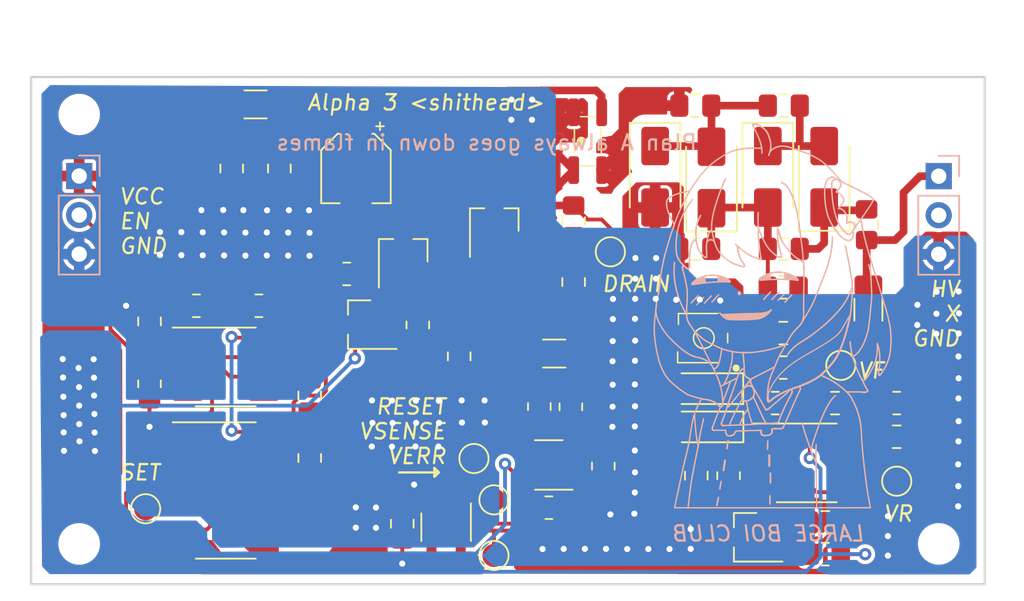
<source format=kicad_pcb>
(kicad_pcb (version 20221018) (generator pcbnew)

  (general
    (thickness 1.6)
  )

  (paper "A4")
  (layers
    (0 "F.Cu" signal)
    (31 "B.Cu" signal)
    (32 "B.Adhes" user "B.Adhesive")
    (33 "F.Adhes" user "F.Adhesive")
    (34 "B.Paste" user)
    (35 "F.Paste" user)
    (36 "B.SilkS" user "B.Silkscreen")
    (37 "F.SilkS" user "F.Silkscreen")
    (38 "B.Mask" user)
    (39 "F.Mask" user)
    (40 "Dwgs.User" user "User.Drawings")
    (41 "Cmts.User" user "User.Comments")
    (42 "Eco1.User" user "User.Eco1")
    (43 "Eco2.User" user "User.Eco2")
    (44 "Edge.Cuts" user)
    (45 "Margin" user)
    (46 "B.CrtYd" user "B.Courtyard")
    (47 "F.CrtYd" user "F.Courtyard")
    (48 "B.Fab" user)
    (49 "F.Fab" user)
    (50 "User.1" user)
    (51 "User.2" user)
    (52 "User.3" user)
    (53 "User.4" user)
    (54 "User.5" user)
    (55 "User.6" user)
    (56 "User.7" user)
    (57 "User.8" user)
    (58 "User.9" user)
  )

  (setup
    (pad_to_mask_clearance 0)
    (pcbplotparams
      (layerselection 0x00010fc_ffffffff)
      (plot_on_all_layers_selection 0x0000000_00000000)
      (disableapertmacros false)
      (usegerberextensions false)
      (usegerberattributes true)
      (usegerberadvancedattributes true)
      (creategerberjobfile true)
      (dashed_line_dash_ratio 12.000000)
      (dashed_line_gap_ratio 3.000000)
      (svgprecision 4)
      (plotframeref false)
      (viasonmask false)
      (mode 1)
      (useauxorigin false)
      (hpglpennumber 1)
      (hpglpenspeed 20)
      (hpglpendiameter 15.000000)
      (dxfpolygonmode true)
      (dxfimperialunits true)
      (dxfusepcbnewfont true)
      (psnegative false)
      (psa4output false)
      (plotreference true)
      (plotvalue true)
      (plotinvisibletext false)
      (sketchpadsonfab false)
      (subtractmaskfromsilk false)
      (outputformat 1)
      (mirror false)
      (drillshape 1)
      (scaleselection 1)
      (outputdirectory "")
    )
  )

  (net 0 "")
  (net 1 "VCC")
  (net 2 "GND")
  (net 3 "/VPR")
  (net 4 "Net-(C5-Pad1)")
  (net 5 "/RFEED_H")
  (net 6 "/VTR_SEC")
  (net 7 "Net-(D1-K)")
  (net 8 "Net-(D2-K)")
  (net 9 "Net-(D3-K)")
  (net 10 "Net-(C9-Pad1)")
  (net 11 "Net-(D4-K)")
  (net 12 "/GATE")
  (net 13 "VPP")
  (net 14 "/VREF")
  (net 15 "Net-(U5-CV)")
  (net 16 "Net-(U5-THR)")
  (net 17 "/VFEED")
  (net 18 "Net-(D5-K)")
  (net 19 "Net-(C19-Pad1)")
  (net 20 "/VERR")
  (net 21 "Net-(D7-K)")
  (net 22 "/ENABLE")
  (net 23 "unconnected-(J2-Pin_2-Pad2)")
  (net 24 "Net-(Q2-B)")
  (net 25 "Net-(Q2-E)")
  (net 26 "/MOS_D")
  (net 27 "Net-(U1-+)")
  (net 28 "Net-(U1--)")
  (net 29 "/VSENSE")
  (net 30 "/SR_Q")
  (net 31 "/SR_R")
  (net 32 "/SR_S")
  (net 33 "Net-(U6A--)")
  (net 34 "Net-(U5-DIS)")
  (net 35 "/SR_NQ")
  (net 36 "Net-(TP6-Pad1)")

  (footprint "Capacitor_SMD:C_1206_3216Metric_Pad1.33x1.80mm_HandSolder" (layer "F.Cu") (at 190.754 67.056 -90))

  (footprint "Package_TO_SOT_SMD:SOT-23-5_HandSoldering" (layer "F.Cu") (at 169.98 77.16 180))

  (footprint "Resistor_SMD:R_0805_2012Metric_Pad1.20x1.40mm_HandSolder" (layer "F.Cu") (at 156.84 64.73))

  (footprint "lcsc_misc:VG039NCHXTB222" (layer "F.Cu") (at 178.455 68.954861 90))

  (footprint "TestPoint:TestPoint_Pad_D1.5mm" (layer "F.Cu") (at 165.11 76.74 180))

  (footprint "Capacitor_SMD:C_0805_2012Metric_Pad1.18x1.45mm_HandSolder" (layer "F.Cu") (at 144.018 67.818 90))

  (footprint "Diode_SMD:D_SOD-123" (layer "F.Cu") (at 180.255 72.195 180))

  (footprint "Diode_SMD:D_SMA" (layer "F.Cu") (at 184.216666 58.41 -90))

  (footprint "Capacitor_SMD:C_0805_2012Metric_Pad1.18x1.45mm_HandSolder" (layer "F.Cu") (at 164.15 70.09 -90))

  (footprint "Capacitor_SMD:C_0805_2012Metric_Pad1.18x1.45mm_HandSolder" (layer "F.Cu") (at 185.254166 63.1))

  (footprint "TestPoint:TestPoint_Pad_D1.5mm" (layer "F.Cu") (at 192.595 78.215))

  (footprint "Diode_SMD:D_SMA" (layer "F.Cu") (at 176.89 58.41 -90))

  (footprint "Resistor_SMD:R_1206_3216Metric_Pad1.30x1.75mm_HandSolder" (layer "F.Cu") (at 170.33 69.91))

  (footprint "Capacitor_SMD:C_0805_2012Metric_Pad1.18x1.45mm_HandSolder" (layer "F.Cu") (at 154.432 76.708 -90))

  (footprint "Resistor_SMD:R_0805_2012Metric_Pad1.20x1.40mm_HandSolder" (layer "F.Cu") (at 171.41 73.38 -90))

  (footprint "Package_SO:SOIC-8_3.9x4.9mm_P1.27mm" (layer "F.Cu") (at 148.975 70.78))

  (footprint "Resistor_SMD:R_0805_2012Metric_Pad1.20x1.40mm_HandSolder" (layer "F.Cu") (at 190.64 61.53 -90))

  (footprint "Diode_SMD:D_SOD-123" (layer "F.Cu") (at 180.265 74.685 180))

  (footprint "Resistor_SMD:R_0805_2012Metric_Pad1.20x1.40mm_HandSolder" (layer "F.Cu") (at 185.216666 65.6))

  (footprint "Capacitor_SMD:CP_Elec_4x5.4" (layer "F.Cu") (at 157.44 57.87 -90))

  (footprint "Resistor_SMD:R_0805_2012Metric_Pad1.20x1.40mm_HandSolder" (layer "F.Cu") (at 173.52 77.23 90))

  (footprint "lcsc_misc:ATB322524-0110-T000" (layer "F.Cu") (at 172.49 56.1 -90))

  (footprint "Resistor_SMD:R_0805_2012Metric_Pad1.20x1.40mm_HandSolder" (layer "F.Cu") (at 144.018 71.882 -90))

  (footprint "Resistor_SMD:R_0805_2012Metric_Pad1.20x1.40mm_HandSolder" (layer "F.Cu") (at 151.13 66.802))

  (footprint "Resistor_SMD:R_0805_2012Metric_Pad1.20x1.40mm_HandSolder" (layer "F.Cu") (at 169.98 79.94 180))

  (footprint "Capacitor_SMD:C_0805_2012Metric_Pad1.18x1.45mm_HandSolder" (layer "F.Cu") (at 192.595 75.325 180))

  (footprint "Resistor_SMD:R_0805_2012Metric_Pad1.20x1.40mm_HandSolder" (layer "F.Cu") (at 192.595 73.135 180))

  (footprint "Diode_SMD:D_SMA" (layer "F.Cu") (at 180.553333 58.455 90))

  (footprint "TestPoint:TestPoint_Pad_D1.5mm" (layer "F.Cu") (at 188.96 70.68))

  (footprint "Package_TO_SOT_SMD:SOT-23_Handsoldering" (layer "F.Cu") (at 182.77 81.865 180))

  (footprint "Resistor_SMD:R_0805_2012Metric_Pad1.20x1.40mm_HandSolder" (layer "F.Cu") (at 187.955 82.965 180))

  (footprint "TestPoint:TestPoint_Pad_D1.5mm" (layer "F.Cu") (at 166.41 79.43 180))

  (footprint "TestPoint:TestPoint_Pad_D1.5mm" (layer "F.Cu") (at 143.764 80.01))

  (footprint "MountingHole:MountingHole_2.2mm_M2_DIN965" (layer "F.Cu") (at 139.446 54.356))

  (footprint "MountingHole:MountingHole_2.2mm_M2_DIN965" (layer "F.Cu") (at 139.446 82.296))

  (footprint "Resistor_SMD:R_0805_2012Metric_Pad1.20x1.40mm_HandSolder" (layer "F.Cu") (at 169.36 73.36 -90))

  (footprint "Resistor_SMD:R_0805_2012Metric_Pad1.20x1.40mm_HandSolder" (layer "F.Cu") (at 181.665 77.855 90))

  (footprint "Package_TO_SOT_SMD:SOT-23-5_HandSoldering" (layer "F.Cu") (at 163.3 81.21 -90))

  (footprint "TestPoint:TestPoint_Pad_D1.5mm" (layer "F.Cu") (at 166.41 83.05 180))

  (footprint "Capacitor_SMD:C_0805_2012Metric_Pad1.18x1.45mm_HandSolder" (layer "F.Cu") (at 160.45 80.98 90))

  (footprint "Capacitor_SMD:C_0805_2012Metric_Pad1.18x1.45mm_HandSolder" (layer "F.Cu") (at 187.955 80.895 180))

  (footprint "Capacitor_SMD:C_0805_2012Metric_Pad1.18x1.45mm_HandSolder" (layer "F.Cu") (at 154.432 72.644 -90))

  (footprint "Resistor_SMD:R_0805_2012Metric_Pad1.20x1.40mm_HandSolder" (layer "F.Cu") (at 147.066 66.802))

  (footprint "MountingHole:MountingHole_2.2mm_M2_DIN965" (layer "F.Cu") (at 195.326 54.356))

  (footprint "Capacitor_SMD:C_0805_2012Metric_Pad1.18x1.45mm_HandSolder" (layer "F.Cu") (at 179.5 53.78))

  (footprint "MountingHole:MountingHole_2.2mm_M2_DIN965" (layer "F.Cu") (at 195.326 82.296 -90))

  (footprint "Capacitor_SMD:C_0805_2012Metric_Pad1.18x1.45mm_HandSolder" (layer "F.Cu") (at 152.46 57.87 -90))

  (footprint "TestPoint:TestPoint_Pad_D1.5mm" (layer "F.Cu") (at 173.98 63.29))

  (footprint "Resistor_SMD:R_0805_2012Metric_Pad1.20x1.40mm_HandSolder" (layer "F.Cu") (at 161.46 68.0525 -90))

  (footprint "Capacitor_SMD:C_0805_2012Metric_Pad1.18x1.45mm_HandSolder" (layer "F.Cu") (at 149.36 57.87 -90))

  (footprint "Package_TO_SOT_SMD:SOT-23_Handsoldering" (layer "F.Cu") (at 166.43 61.22 90))

  (footprint "Package_SO:SOIC-14_3.9x8.7mm_P1.27mm" (layer "F.Cu") (at 148.975 78.82))

  (footprint "Resistor_SMD:R_1206_3216Metric_Pad1.30x1.75mm_HandSolder" (layer "F.Cu") (at 150.91 53.7))

  (footprint "Package_TO_SOT_SMD:SOT-23_Handsoldering" (layer "F.Cu") (at 157.68 68.03 180))

  (footprint "Capacitor_SMD:C_0805_2012Metric_Pad1.18x1.45mm_HandSolder" (layer "F.Cu") (at 171.59 65.2575 -90))

  (footprint "Capacitor_SMD:C_0805_2012Metric_Pad1.18x1.45mm_HandSolder" (layer "F.Cu") (at 188.585 73.135 180))

  (footprint "Package_SO:SOIC-8_3.9x4.9mm_P1.27mm" (layer "F.Cu") (at 186.745 77.025))

  (footprint "Resistor_SMD:R_0805_2012Metric_Pad1.20x1.40mm_HandSolder" (layer "F.Cu") (at 184.695 73.135 180))

  (footprint "Capacitor_SMD:C_0805_2012Metric_Pad1.18x1.45mm_HandSolder" (layer "F.Cu")
    (tstamp d5548bc7-3b77-4e62-a486-c1894a136258)
    (at 179.5 63.1)
    (descr "Capacitor SMD 0805 (2012 Metric), square (rectangular) end terminal, IPC_7351 nominal with elongated pad for handsoldering. (Body size source: IPC-SM-782 page 76, https://www.pcb-3d.com/wordpress/wp-content/uploads/ipc-sm-782a_amendment_1_and_2.pdf, https://docs.google.com/spreadsheets/d/1BsfQQcO9C6DZCsRaXUlFlo91Tg2WpOkGARC1WS5S8t0/edit?usp=sharing), generated with kicad-footprint-generator")
    (tags "capacitor handsolder")
    (property "LCSC" "C440004")
    (property "Sheetfile" "geiger_counter.kicad_sch")
    (property "Sheetname" "")
    (property "ki_description" "Unpolarized capacitor, small symbol")
    (property "ki_keywords" "capacitor cap")
    (path "/5bc6a95a-c3fc-4825-bdcf-41216ae6eacd")
    (attr smd)
    (fp_text reference "C7" (at 0 -1.68) (layer "F.SilkS") hide
        (effects (font (size 1 1) (thickness 0.15)))
      (tstamp b4fb2d14-e856-44a7-a666-686d5776147f)
    )
    (fp_text value "1n" (at 0 1.68) (layer "F.Fab")
        (effects (font (size 1 1) (thickness 0.15)))
      (tstamp 8e814866-6169-4b6d-8381-94169f7d9201)
    )
    (fp_text user "${REFERENCE}" (at 0 0) (layer "F.Fab")
        (effects (font (size 0.5 0.5) (thickness 0.08)))
      (tstamp 811af17a-12e8-481e-adf1-55656d84aace)
    )
    (fp_line (start -0.261252 -0.735) (end 0.261252 -0.735)
      (stroke (width 0.12) (type solid)) (layer "F.SilkS") (tstamp e4f2052a-071e-437c-8cf5-e554ccd4cd79))
    (fp_line (start -0.261252 0.735) (end 0.261252 0.735)
      (stroke (width 0.12) (type solid)) (layer "F.SilkS") (tstamp eb39e433-f63b-4374-9f2b-30ec13e5231a))
    (fp_line (start -1.88 -0.98) (end 1.88 -0.98)
      (stroke (width 0.05) (type solid)) (layer "F.CrtYd") (tstamp 45d94060-efa9-44d4-b2e0-ce2228c5f3be))
    (fp_line (start -1.88 0.98) (end -1.88 -0.98)
      (stroke (width 0.05) (type solid)) (layer "F.CrtYd") (tstamp 14d0631e-4d9a-4533-a413-ef4bd18c804e))
    (fp_line (start 1.88 -0.98) (end 1.88 0.98)
      (stroke (width 0.05) (type solid)) (layer "F.CrtYd") (tstamp 85f6395b-5744-45
... [2797621 chars truncated]
</source>
